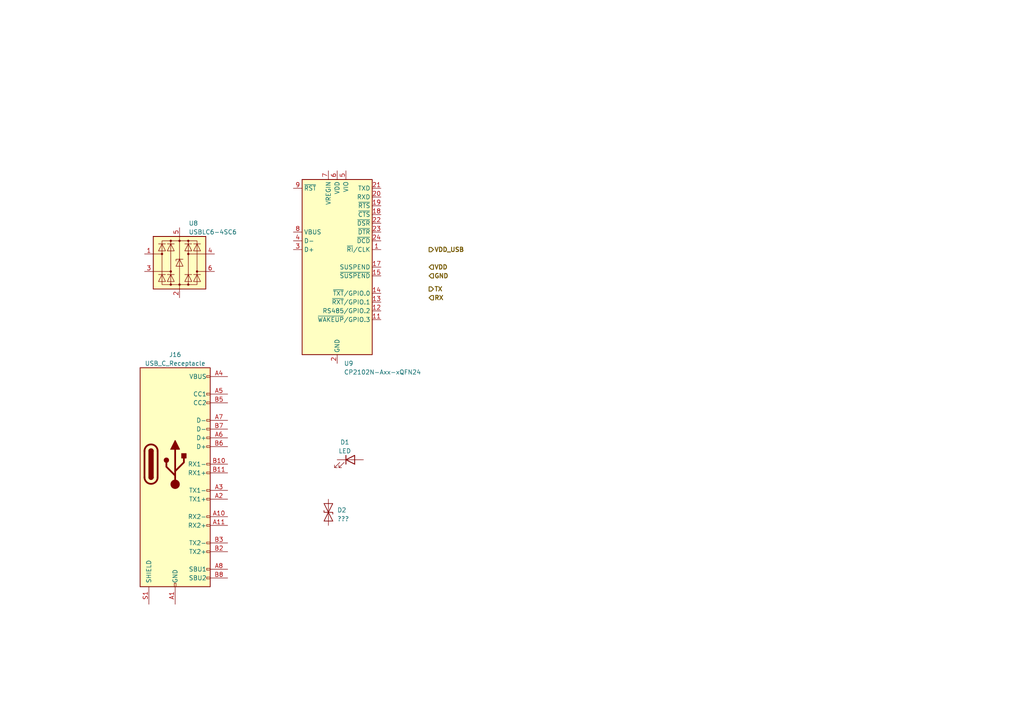
<source format=kicad_sch>
(kicad_sch (version 20230121) (generator eeschema)
  (paper "A4")
  (lib_symbols
    (symbol "Connector:USB_C_Receptacle" (pin_names (offset 1.016))
      (property "Reference" "J" (at -10.16 29.21 0))
      (property "Value" "USB_C_Receptacle" (at 10.16 29.21 0))
      (symbol "USB_C_Receptacle_0_0"
        (rectangle (start -0.254 -35.56) (end 0.254 -34.544))
        (rectangle (start 10.16 -32.766) (end 9.144 -33.274))
        (rectangle (start 10.16 -30.226) (end 9.144 -30.734))
        (rectangle (start 10.16 -25.146) (end 9.144 -25.654))
        (rectangle (start 10.16 -22.606) (end 9.144 -23.114))
        (rectangle (start 10.16 -17.526) (end 9.144 -18.034))
        (rectangle (start 10.16 -14.986) (end 9.144 -15.494))
        (rectangle (start 10.16 -9.906) (end 9.144 -10.414))
        (rectangle (start 10.16 -7.366) (end 9.144 -7.874))
        (rectangle (start 10.16 -2.286) (end 9.144 -2.794))
        (rectangle (start 10.16 0.254) (end 9.144 -0.254))
        (rectangle (start 10.16 5.334) (end 9.144 4.826))
        (rectangle (start 10.16 7.874) (end 9.144 7.366))
        (rectangle (start 10.16 10.414) (end 9.144 9.906))
        (rectangle (start 10.16 12.954) (end 9.144 12.446))
        (rectangle (start 10.16 18.034) (end 9.144 17.526))
        (rectangle (start 10.16 20.574) (end 9.144 20.066))
        (rectangle (start 10.16 25.654) (end 9.144 25.146))
      )
      (symbol "USB_C_Receptacle_0_1"
        (rectangle (start -10.16 27.94) (end 10.16 -35.56) (stroke (width 0.254)) (fill (type background)))
        (arc (start -8.89 -3.81) (mid -6.985 -5.7067) (end -5.08 -3.81) (stroke (width 0.508)))
        (arc (start -7.62 -3.81) (mid -6.985 -4.4423) (end -6.35 -3.81) (stroke (width 0.254)))
        (arc (start -7.62 -3.81) (mid -6.985 -4.4423) (end -6.35 -3.81) (stroke (width 0.254)) (fill (type outline)))
        (rectangle (start -7.62 -3.81) (end -6.35 3.81) (stroke (width 0.254)) (fill (type outline)))
        (arc (start -6.35 3.81) (mid -6.985 4.4423) (end -7.62 3.81) (stroke (width 0.254)))
        (arc (start -6.35 3.81) (mid -6.985 4.4423) (end -7.62 3.81) (stroke (width 0.254)) (fill (type outline)))
        (arc (start -5.08 3.81) (mid -6.985 5.7067) (end -8.89 3.81) (stroke (width 0.508)))
        (polyline (pts (xy -8.89 -3.81) (xy -8.89 3.81)) (stroke (width 0.508)))
        (polyline (pts (xy -5.08 3.81) (xy -5.08 -3.81)) (stroke (width 0.508)))
      )
      (symbol "USB_C_Receptacle_1_1"
        (circle (center -2.54 1.143) (radius 0.635) (stroke (width 0.254)) (fill (type outline)))
        (circle (center 0 -5.842) (radius 1.27) (fill (type outline)))
        (polyline (pts (xy 0 -5.842) (xy 0 4.318)) (stroke (width 0.508)))
        (polyline (pts (xy 0 -3.302) (xy -2.54 -0.762) (xy -2.54 0.508)) (stroke (width 0.508)))
        (polyline (pts (xy 0 -2.032) (xy 2.54 0.508) (xy 2.54 1.778)) (stroke (width 0.508)))
        (polyline (pts (xy -1.27 4.318) (xy 0 6.858) (xy 1.27 4.318) (xy -1.27 4.318)) (stroke (width 0.254)) (fill (type outline)))
        (rectangle (start 1.905 1.778) (end 3.175 3.048) (stroke (width 0.254)) (fill (type outline)))
        (pin passive line (at 0 -40.64 90) (length 5.08) (name "GND") (number "A1"))
        (pin bidirectional line (at 15.24 -15.24 180) (length 5.08) (name "RX2-") (number "A10"))
        (pin bidirectional line (at 15.24 -17.78 180) (length 5.08) (name "RX2+") (number "A11"))
        (pin passive line (at 0 -40.64 90) (length 5.08) hide (name "GND") (number "A12"))
        (pin bidirectional line (at 15.24 -10.16 180) (length 5.08) (name "TX1+") (number "A2"))
        (pin bidirectional line (at 15.24 -7.62 180) (length 5.08) (name "TX1-") (number "A3"))
        (pin passive line (at 15.24 25.4 180) (length 5.08) (name "VBUS") (number "A4"))
        (pin bidirectional line (at 15.24 20.32 180) (length 5.08) (name "CC1") (number "A5"))
        (pin bidirectional line (at 15.24 7.62 180) (length 5.08) (name "D+") (number "A6"))
        (pin bidirectional line (at 15.24 12.7 180) (length 5.08) (name "D-") (number "A7"))
        (pin bidirectional line (at 15.24 -30.48 180) (length 5.08) (name "SBU1") (number "A8"))
        (pin passive line (at 15.24 25.4 180) (length 5.08) hide (name "VBUS") (number "A9"))
        (pin passive line (at 0 -40.64 90) (length 5.08) hide (name "GND") (number "B1"))
        (pin bidirectional line (at 15.24 0 180) (length 5.08) (name "RX1-") (number "B10"))
        (pin bidirectional line (at 15.24 -2.54 180) (length 5.08) (name "RX1+") (number "B11"))
        (pin passive line (at 0 -40.64 90) (length 5.08) hide (name "GND") (number "B12"))
        (pin bidirectional line (at 15.24 -25.4 180) (length 5.08) (name "TX2+") (number "B2"))
        (pin bidirectional line (at 15.24 -22.86 180) (length 5.08) (name "TX2-") (number "B3"))
        (pin passive line (at 15.24 25.4 180) (length 5.08) hide (name "VBUS") (number "B4"))
        (pin bidirectional line (at 15.24 17.78 180) (length 5.08) (name "CC2") (number "B5"))
        (pin bidirectional line (at 15.24 5.08 180) (length 5.08) (name "D+") (number "B6"))
        (pin bidirectional line (at 15.24 10.16 180) (length 5.08) (name "D-") (number "B7"))
        (pin bidirectional line (at 15.24 -33.02 180) (length 5.08) (name "SBU2") (number "B8"))
        (pin passive line (at 15.24 25.4 180) (length 5.08) hide (name "VBUS") (number "B9"))
        (pin passive line (at -7.62 -40.64 90) (length 5.08) (name "SHIELD") (number "S1"))
      )
    )
    (symbol "Device:LED" (pin_numbers hide) (pin_names (offset 1.016) hide)
      (property "Reference" "D" (at 0 2.54 0))
      (property "Value" "LED" (at 0 -2.54 0))
      (symbol "LED_0_1"
        (polyline (pts (xy -1.27 -1.27) (xy -1.27 1.27)) (stroke (width 0.254)))
        (polyline (pts (xy -1.27 0) (xy 1.27 0)))
        (polyline (pts (xy 1.27 -1.27) (xy 1.27 1.27) (xy -1.27 0) (xy 1.27 -1.27)) (stroke (width 0.254)))
        (polyline (pts (xy -3.048 -0.762) (xy -4.572 -2.286) (xy -3.81 -2.286) (xy -4.572 -2.286) (xy -4.572 -1.524)))
        (polyline (pts (xy -1.778 -0.762) (xy -3.302 -2.286) (xy -2.54 -2.286) (xy -3.302 -2.286) (xy -3.302 -1.524)))
      )
      (symbol "LED_1_1"
        (pin passive line (at -3.81 0 0) (length 2.54) (name "K") (number "1"))
        (pin passive line (at 3.81 0 180) (length 2.54) (name "A") (number "2"))
      )
    )
    (symbol "Diode:SD05_SOD323" (pin_numbers hide) (pin_names (offset 1.016) hide)
      (property "Reference" "D" (at 0 2.54 0))
      (property "Value" "SD05_SOD323" (at 0 -2.54 0))
      (symbol "SD05_SOD323_0_1"
        (polyline (pts (xy 1.27 0) (xy -1.27 0)))
        (polyline (pts (xy -2.54 -1.27) (xy 0 0) (xy -2.54 1.27) (xy -2.54 -1.27)) (stroke (width 0.2032)))
        (polyline (pts (xy 0.508 1.27) (xy 0 1.27) (xy 0 -1.27) (xy -0.508 -1.27)) (stroke (width 0.2032)))
        (polyline (pts (xy 2.54 1.27) (xy 2.54 -1.27) (xy 0 0) (xy 2.54 1.27)) (stroke (width 0.2032)))
      )
      (symbol "SD05_SOD323_1_1"
        (pin passive line (at -3.81 0 0) (length 2.54) (name "A1") (number "1"))
        (pin passive line (at 3.81 0 180) (length 2.54) (name "A2") (number "2"))
      )
    )
    (symbol "Interface_USB:CP2102N-Axx-xQFN24"
      (property "Reference" "U" (at -8.89 26.67 0))
      (property "Value" "CP2102N-Axx-xQFN24" (at 13.97 26.67 0))
      (symbol "CP2102N-Axx-xQFN24_0_1"
        (rectangle (start -10.16 25.4) (end 10.16 -25.4) (stroke (width 0.254)) (fill (type background)))
      )
      (symbol "CP2102N-Axx-xQFN24_1_1"
        (pin bidirectional line (at 12.7 5.08 180) (length 2.54) (name "~{RI}/CLK") (number "1"))
        (pin no_connect line (at -10.16 -22.86 0) (length 2.54) hide (name "NC") (number "10"))
        (pin bidirectional line (at 12.7 -15.24 180) (length 2.54) (name "~{WAKEUP}/GPIO.3") (number "11"))
        (pin bidirectional line (at 12.7 -12.7 180) (length 2.54) (name "RS485/GPIO.2") (number "12"))
        (pin bidirectional line (at 12.7 -10.16 180) (length 2.54) (name "~{RXT}/GPIO.1") (number "13"))
        (pin bidirectional line (at 12.7 -7.62 180) (length 2.54) (name "~{TXT}/GPIO.0") (number "14"))
        (pin output line (at 12.7 -2.54 180) (length 2.54) (name "~{SUSPEND}") (number "15"))
        (pin no_connect line (at 10.16 -22.86 180) (length 2.54) hide (name "NC") (number "16"))
        (pin output line (at 12.7 0 180) (length 2.54) (name "SUSPEND") (number "17"))
        (pin input line (at 12.7 15.24 180) (length 2.54) (name "~{CTS}") (number "18"))
        (pin output line (at 12.7 17.78 180) (length 2.54) (name "~{RTS}") (number "19"))
        (pin power_in line (at 0 -27.94 90) (length 2.54) (name "GND") (number "2"))
        (pin input line (at 12.7 20.32 180) (length 2.54) (name "RXD") (number "20"))
        (pin output line (at 12.7 22.86 180) (length 2.54) (name "TXD") (number "21"))
        (pin input line (at 12.7 12.7 180) (length 2.54) (name "~{DSR}") (number "22"))
        (pin output line (at 12.7 10.16 180) (length 2.54) (name "~{DTR}") (number "23"))
        (pin input line (at 12.7 7.62 180) (length 2.54) (name "~{DCD}") (number "24"))
        (pin passive line (at 0 -27.94 90) (length 2.54) hide (name "GND") (number "25"))
        (pin bidirectional line (at -12.7 5.08 0) (length 2.54) (name "D+") (number "3"))
        (pin bidirectional line (at -12.7 7.62 0) (length 2.54) (name "D-") (number "4"))
        (pin power_in line (at 2.54 27.94 270) (length 2.54) (name "VIO") (number "5"))
        (pin power_in line (at 0 27.94 270) (length 2.54) (name "VDD") (number "6"))
        (pin power_in line (at -2.54 27.94 270) (length 2.54) (name "VREGIN") (number "7"))
        (pin input line (at -12.7 10.16 0) (length 2.54) (name "VBUS") (number "8"))
        (pin input line (at -12.7 22.86 0) (length 2.54) (name "~{RST}") (number "9"))
      )
    )
    (symbol "Power_Protection:USBLC6-4SC6" (pin_names hide)
      (property "Reference" "U" (at 2.54 8.89 0))
      (property "Value" "USBLC6-4SC6" (at 2.54 -8.89 0))
      (symbol "USBLC6-4SC6_0_1"
        (rectangle (start -7.62 -7.62) (end 7.62 7.62) (stroke (width 0.254)) (fill (type background)))
        (circle (center -5.08 2.54) (radius 0.254) (fill (type outline)))
        (circle (center -2.54 -6.35) (radius 0.254) (fill (type outline)))
        (circle (center -2.54 -2.54) (radius 0.254) (fill (type outline)))
        (circle (center -2.54 6.35) (radius 0.254) (fill (type outline)))
        (rectangle (start -2.54 6.35) (end 2.54 -6.35))
        (circle (center 0 -6.35) (radius 0.254) (fill (type outline)))
        (polyline (pts (xy -5.08 2.54) (xy -7.62 2.54)))
        (polyline (pts (xy -4.064 -3.429) (xy -6.096 -3.429)))
        (polyline (pts (xy -4.064 5.461) (xy -6.096 5.461)))
        (polyline (pts (xy -2.54 -2.54) (xy -7.62 -2.54)))
        (polyline (pts (xy -1.524 -3.429) (xy -3.556 -3.429)))
        (polyline (pts (xy -1.524 5.461) (xy -3.556 5.461)))
        (polyline (pts (xy 0 -7.62) (xy 0 -6.35)))
        (polyline (pts (xy 0 -6.35) (xy 0 1.27)))
        (polyline (pts (xy 0 1.27) (xy 0 6.35)))
        (polyline (pts (xy 0 6.35) (xy 0 7.62)))
        (polyline (pts (xy 1.524 -3.429) (xy 3.556 -3.429)))
        (polyline (pts (xy 1.524 5.461) (xy 3.556 5.461)))
        (polyline (pts (xy 2.54 2.54) (xy 7.62 2.54)))
        (polyline (pts (xy 4.064 -3.429) (xy 6.096 -3.429)))
        (polyline (pts (xy 4.064 5.461) (xy 6.096 5.461)))
        (polyline (pts (xy 5.08 -2.54) (xy 7.62 -2.54)))
        (polyline (pts (xy -6.096 -5.461) (xy -4.064 -5.461) (xy -5.08 -3.429) (xy -6.096 -5.461)))
        (polyline (pts (xy -6.096 3.429) (xy -4.064 3.429) (xy -5.08 5.461) (xy -6.096 3.429)))
        (polyline (pts (xy -3.556 -5.461) (xy -1.524 -5.461) (xy -2.54 -3.429) (xy -3.556 -5.461)))
        (polyline (pts (xy -3.556 3.429) (xy -1.524 3.429) (xy -2.54 5.461) (xy -3.556 3.429)))
        (polyline (pts (xy -2.54 6.35) (xy -5.08 6.35) (xy -5.08 -6.35) (xy -2.54 -6.35)))
        (polyline (pts (xy -1.016 -1.016) (xy 1.016 -1.016) (xy 0 1.016) (xy -1.016 -1.016)))
        (polyline (pts (xy 1.016 1.016) (xy 0.762 1.016) (xy -1.016 1.016) (xy -1.016 0.508)))
        (polyline (pts (xy 2.54 6.35) (xy 5.08 6.35) (xy 5.08 -6.35) (xy 2.54 -6.35)))
        (polyline (pts (xy 3.556 -5.461) (xy 1.524 -5.461) (xy 2.54 -3.429) (xy 3.556 -5.461)))
        (polyline (pts (xy 3.556 3.429) (xy 1.524 3.429) (xy 2.54 5.461) (xy 3.556 3.429)))
        (polyline (pts (xy 6.096 -5.461) (xy 4.064 -5.461) (xy 5.08 -3.429) (xy 6.096 -5.461)))
        (polyline (pts (xy 6.096 3.429) (xy 4.064 3.429) (xy 5.08 5.461) (xy 6.096 3.429)))
        (circle (center 0 6.35) (radius 0.254) (fill (type outline)))
        (circle (center 2.54 -6.35) (radius 0.254) (fill (type outline)))
        (circle (center 2.54 2.54) (radius 0.254) (fill (type outline)))
        (circle (center 2.54 6.35) (radius 0.254) (fill (type outline)))
        (circle (center 5.08 -2.54) (radius 0.254) (fill (type outline)))
      )
      (symbol "USBLC6-4SC6_1_1"
        (pin passive line (at -10.16 2.54 0) (length 2.54) (name "I/O1") (number "1"))
        (pin passive line (at 0 -10.16 90) (length 2.54) (name "GND") (number "2"))
        (pin passive line (at -10.16 -2.54 0) (length 2.54) (name "I/O2") (number "3"))
        (pin passive line (at 10.16 2.54 180) (length 2.54) (name "I/O3") (number "4"))
        (pin passive line (at 0 10.16 270) (length 2.54) (name "VBUS") (number "5"))
        (pin passive line (at 10.16 -2.54 180) (length 2.54) (name "I/O4") (number "6"))
      )
    )
  )
  (hierarchical_label "TX" (shape output) (at 124.46 83.82 0) (effects (font bold)))
  (hierarchical_label "RX" (shape input) (at 124.46 86.36 0) (effects (font bold)))
  (hierarchical_label "VDD_USB" (shape output) (at 124.46 72.39 0) (effects (font (thickness 0.254) bold)))
  (hierarchical_label "VDD" (shape input) (at 124.46 77.47 0) (effects (font bold)))
  (hierarchical_label "GND" (shape input) (at 124.46 80.01 0) (effects (font bold)))
  (symbol (lib_id "Device:LED") (at 101.6 133.35 0) (unit 1)
    (property "Reference" "D1" (at 100.0125 128.27 0))
    (property "Value" "LED" (at 100.0125 130.81 0))
  )
  (symbol (lib_id "Power_Protection:USBLC6-4SC6") (at 52.07 76.2 0) (unit 1)
    (property "Reference" "U8" (at 54.7117 64.77 0) (effects (justify left)))
    (property "Value" "USBLC6-4SC6" (at 54.7117 67.31 0) (effects (justify left)))
    (property "Footprint" "Package_TO_SOT_SMD:SOT-23-6" (effects hide))
    (property "Datasheet" "https://www.st.com/resource/en/datasheet/usblc6-4.pdf" (effects hide))
  )
  (symbol (lib_id "Diode:SD05_SOD323") (at 95.25 148.59 90) (unit 1)
    (property "Reference" "D2" (at 97.79 147.955 90) (effects (justify right)))
    (property "Value" "???" (at 97.79 150.495 90) (effects (justify right)))
    (property "Footprint" "Diode_SMD:D_SOD-323" (effects hide))
    (property "Datasheet" "https://www.littelfuse.com/~/media/electronics/datasheets/tvs_diode_arrays/littelfuse_tvs_diode_array_sd_c_datasheet.pdf.pdf" (effects hide))
    (instances (project "stm32" (path "" (reference "D2") (unit 1)) (path "" (reference "D3") (unit 1))))
  )
  (symbol (lib_id "Connector:USB_C_Receptacle") (at 50.8 134.62 0) (unit 1)
    (property "Reference" "J16" (at 50.8 102.87 0))
    (property "Value" "USB_C_Receptacle" (at 50.8 105.41 0))
    (property "Footprint" "Connector_USB:USB_C_Receptacle_Amphenol_12401548E4-2A" (effects hide))
    (property "Datasheet" "https://www.usb.org/sites/default/files/documents/usb_type-c.zip" (effects hide))
  )
  (symbol (lib_id "Interface_USB:CP2102N-Axx-xQFN24") (at 97.79 77.47 0) (unit 1)
    (property "Reference" "U9" (at 99.7459 105.41 0) (effects (justify left)))
    (property "Value" "CP2102N-Axx-xQFN24" (at 99.7459 107.95 0) (effects (justify left)))
    (property "Footprint" "Package_DFN_QFN:QFN-24-1EP_4x4mm_P0.5mm_EP2.6x2.6mm" (effects hide))
    (property "Datasheet" "https://www.silabs.com/documents/public/data-sheets/cp2102n-datasheet.pdf" (effects hide))
  )
)
</source>
